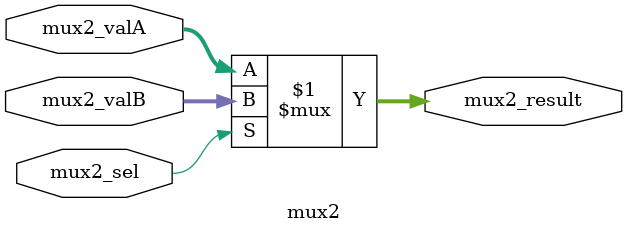
<source format=sv>
module mux2#(parameter WIDTH = 8)(
    
    input  logic [WIDTH-1:0] mux2_valA,mux2_valB ,
    input  logic             mux2_sel            ,
    output logic [WIDTH-1:0] mux2_result 
    );
             
assign mux2_result = mux2_sel ? mux2_valB : mux2_valA ;
    
endmodule
</source>
